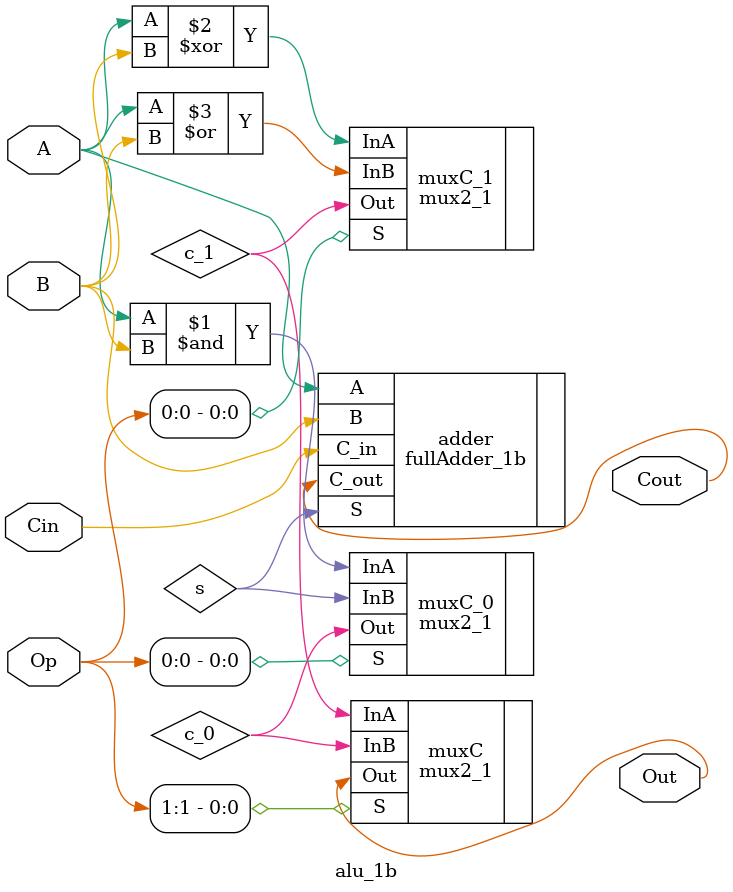
<source format=v>
/*
    CS/ECE 552 Spring '19
    Homework #4, Problem 2

    A 1-bit ALU module. 
*/
module alu_1b (A, B, Cin, Op, Out, Cout);

   // and operations (O)
   parameter    O = 2;

   input 	A;
   input 	B;
   input        Cin;
   input [O-1:0] Op;
   output 	Out;
   output         Cout;

	wire c_0, c_1, s;


	//Adder
	fullAdder_1b adder( .A(A), .B(B), .C_in(Cin), .S(s), .C_out(Cout));

	//operation select 4:1 mux
	mux2_1 muxC_0( .InA(A & B), .InB(s), .S(Op[0]), .Out(c_0));
	mux2_1 muxC_1( .InA(A ^ B), .InB(A | B), .S(Op[0]), .Out(c_1));
	mux2_1 muxC( .InA(c_1), .InB(c_0), .S(Op[1]), .Out(Out));
	
	



endmodule

</source>
